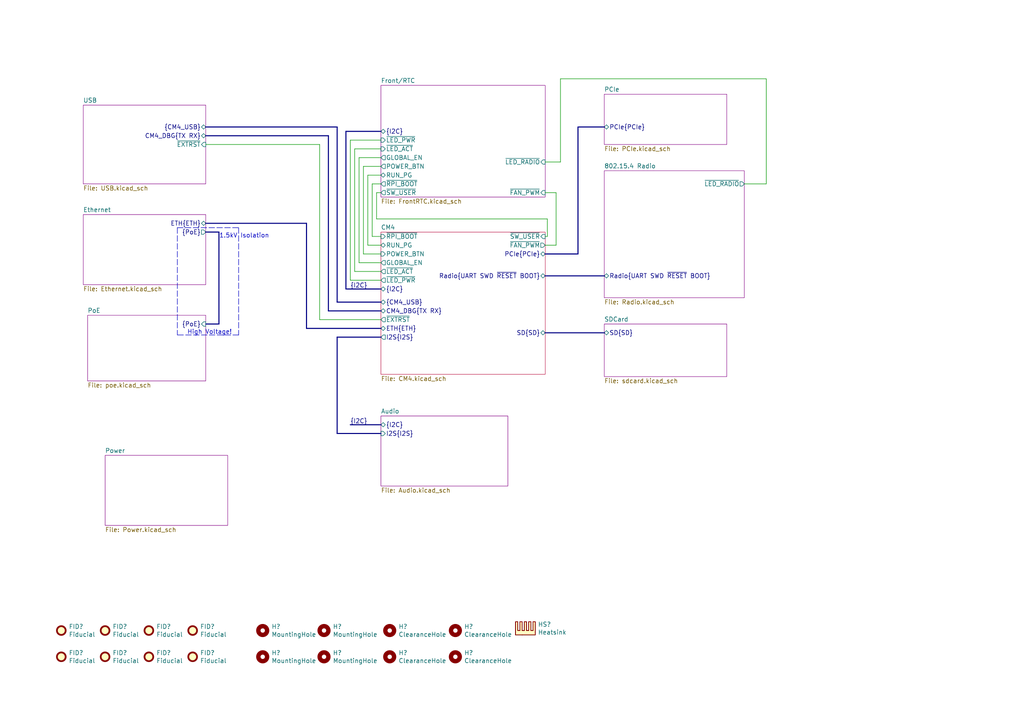
<source format=kicad_sch>
(kicad_sch (version 20201015) (generator eeschema)
  (paper "A4")
  (title_block (title "Light Blue") (date "2021-01-12") (rev "0.1") (company "Nabu Casa") (comment 2 "www.nabucasa.com"))
  (lib_symbols
    (symbol "Mechanical:Fiducial"
      (property "Reference" "FID" (at 0 5.08 0))
      (property "Value" "Fiducial" (at 0 3.175 0))
      (symbol "Fiducial_0_1"
        (circle (center 0 0) (radius 1.27) (stroke (width 0.508)) (fill (type background)))
      )
    )
    (symbol "Mechanical:Heatsink" (pin_names (offset 1.016))
      (property "Reference" "HS" (at 0 5.08 0))
      (property "Value" "Heatsink" (at 0 -1.27 0))
      (symbol "Heatsink_0_1"
        (polyline (pts (xy -0.3302 1.27) (xy -0.9652 1.27) (xy -0.9652 3.81) (xy -1.6002 3.81) (xy -1.6002 1.27) (xy -2.2352 1.27) (xy -2.2352 3.81) (xy -2.8702 3.81) (xy -2.8702 0) (xy -0.9652 0)) (stroke (width 0.254)) (fill (type background)))
        (polyline (pts (xy -0.3302 1.27) (xy -0.3302 3.81) (xy 0.3048 3.81) (xy 0.3048 1.27) (xy 0.9398 1.27) (xy 0.9398 3.81) (xy 1.5748 3.81) (xy 1.5748 1.27) (xy 2.2098 1.27) (xy 2.2098 3.81) (xy 2.8448 3.81) (xy 2.8448 0) (xy -0.9652 0)) (stroke (width 0.254)) (fill (type background)))
      )
    )
    (symbol "Mechanical:MountingHole" (pin_names (offset 1.016))
      (property "Reference" "H" (at 0 5.08 0))
      (property "Value" "MountingHole" (at 0 3.175 0))
      (symbol "MountingHole_0_1"
        (circle (center 0 0) (radius 1.27) (stroke (width 1.27)))
      )
    )
  )
  (wire (pts (xy 92.71 41.91) (xy 59.69 41.91)))
  (wire (pts (xy 92.71 92.71) (xy 92.71 41.91)))
  (wire (pts (xy 101.6 40.64) (xy 110.49 40.64)))
  (wire (pts (xy 101.6 81.28) (xy 101.6 40.64)))
  (wire (pts (xy 102.87 43.18) (xy 110.49 43.18)))
  (wire (pts (xy 102.87 78.74) (xy 102.87 43.18)))
  (wire (pts (xy 104.14 45.72) (xy 110.49 45.72)))
  (wire (pts (xy 104.14 76.2) (xy 104.14 45.72)))
  (wire (pts (xy 105.41 48.26) (xy 110.49 48.26)))
  (wire (pts (xy 105.41 73.66) (xy 105.41 48.26)))
  (wire (pts (xy 106.68 50.8) (xy 110.49 50.8)))
  (wire (pts (xy 106.68 71.12) (xy 106.68 50.8)))
  (wire (pts (xy 107.95 53.34) (xy 107.95 68.58)))
  (wire (pts (xy 107.95 53.34) (xy 110.49 53.34)))
  (wire (pts (xy 107.95 68.58) (xy 110.49 68.58)))
  (wire (pts (xy 109.22 55.88) (xy 109.22 63.5)))
  (wire (pts (xy 109.22 63.5) (xy 158.75 63.5)))
  (wire (pts (xy 110.49 55.88) (xy 109.22 55.88)))
  (wire (pts (xy 110.49 71.12) (xy 106.68 71.12)))
  (wire (pts (xy 110.49 73.66) (xy 105.41 73.66)))
  (wire (pts (xy 110.49 76.2) (xy 104.14 76.2)))
  (wire (pts (xy 110.49 78.74) (xy 102.87 78.74)))
  (wire (pts (xy 110.49 81.28) (xy 101.6 81.28)))
  (wire (pts (xy 110.49 92.71) (xy 92.71 92.71)))
  (wire (pts (xy 158.115 46.99) (xy 162.56 46.99)))
  (wire (pts (xy 158.115 71.12) (xy 161.29 71.12)))
  (wire (pts (xy 158.75 63.5) (xy 158.75 68.58)))
  (wire (pts (xy 158.75 68.58) (xy 158.115 68.58)))
  (wire (pts (xy 161.29 55.88) (xy 158.115 55.88)))
  (wire (pts (xy 161.29 71.12) (xy 161.29 55.88)))
  (wire (pts (xy 162.56 22.86) (xy 222.25 22.86)))
  (wire (pts (xy 162.56 46.99) (xy 162.56 22.86)))
  (wire (pts (xy 215.9 53.34) (xy 222.25 53.34)))
  (wire (pts (xy 222.25 22.86) (xy 222.25 53.34)))
  (bus (pts (xy 59.69 64.77) (xy 88.9 64.77)))
  (bus (pts (xy 59.69 67.31) (xy 63.5 67.31)))
  (bus (pts (xy 59.69 93.98) (xy 63.5 93.98)))
  (bus (pts (xy 63.5 67.31) (xy 63.5 93.98)))
  (bus (pts (xy 88.9 64.77) (xy 88.9 95.25)))
  (bus (pts (xy 95.25 39.37) (xy 59.69 39.37)))
  (bus (pts (xy 95.25 90.17) (xy 95.25 39.37)))
  (bus (pts (xy 97.79 36.83) (xy 59.69 36.83)))
  (bus (pts (xy 97.79 87.63) (xy 97.79 36.83)))
  (bus (pts (xy 97.79 97.79) (xy 97.79 125.73)))
  (bus (pts (xy 97.79 125.73) (xy 110.49 125.73)))
  (bus (pts (xy 100.33 38.1) (xy 100.33 83.82)))
  (bus (pts (xy 100.33 38.1) (xy 110.49 38.1)))
  (bus (pts (xy 100.33 83.82) (xy 110.49 83.82)))
  (bus (pts (xy 101.6 123.19) (xy 110.49 123.19)))
  (bus (pts (xy 110.49 87.63) (xy 97.79 87.63)))
  (bus (pts (xy 110.49 90.17) (xy 95.25 90.17)))
  (bus (pts (xy 110.49 95.25) (xy 88.9 95.25)))
  (bus (pts (xy 110.49 97.79) (xy 97.79 97.79)))
  (bus (pts (xy 158.115 73.66) (xy 167.64 73.66)))
  (bus (pts (xy 158.115 80.01) (xy 175.26 80.01)))
  (bus (pts (xy 158.115 96.52) (xy 175.26 96.52)))
  (bus (pts (xy 167.64 36.83) (xy 175.26 36.83)))
  (bus (pts (xy 167.64 73.66) (xy 167.64 36.83)))
  (polyline (pts (xy 51.435 66.04) (xy 51.435 97.155)) (stroke (width 0) (type dash)))
  (polyline (pts (xy 51.435 66.04) (xy 69.215 66.04)) (stroke (width 0) (type dash)))
  (polyline (pts (xy 69.215 66.04) (xy 69.215 97.155)) (stroke (width 0) (type dash)))
  (polyline (pts (xy 69.215 97.155) (xy 51.435 97.155)) (stroke (width 0) (type dash)))
  (text "High Voltage!" (at 67.31 97.155 180) (effects (font (size 1.27 1.27)) (justify right bottom)))
  (text "1.5kV Isolation" (at 78.105 69.215 180) (effects (font (size 1.27 1.27)) (justify right bottom)))
  (label "{I2C}" (at 101.6 83.82 0))
  (label "{I2C}" (at 101.6 123.19 0))
  (symbol (lib_id "Mechanical:Fiducial") (at 17.78 182.88 0) (unit 1)
    (property "Reference" "FID?" (at 19.9391 181.7306 0) (effects (justify left)))
    (property "Value" "Fiducial" (at 19.9391 184.0293 0) (effects (justify left)))
  )
  (symbol (lib_id "Mechanical:Fiducial") (at 17.78 190.5 0) (unit 1)
    (property "Reference" "FID?" (at 19.9391 189.3506 0) (effects (justify left)))
    (property "Value" "Fiducial" (at 19.9391 191.6493 0) (effects (justify left)))
  )
  (symbol (lib_id "Mechanical:Fiducial") (at 30.48 182.88 0) (unit 1)
    (property "Reference" "FID?" (at 32.6391 181.7306 0) (effects (justify left)))
    (property "Value" "Fiducial" (at 32.6391 184.0293 0) (effects (justify left)))
  )
  (symbol (lib_id "Mechanical:Fiducial") (at 30.48 190.5 0) (unit 1)
    (property "Reference" "FID?" (at 32.6391 189.3506 0) (effects (justify left)))
    (property "Value" "Fiducial" (at 32.6391 191.6493 0) (effects (justify left)))
  )
  (symbol (lib_id "Mechanical:Fiducial") (at 43.18 182.88 0) (unit 1)
    (property "Reference" "FID?" (at 45.3391 181.7306 0) (effects (justify left)))
    (property "Value" "Fiducial" (at 45.3391 184.0293 0) (effects (justify left)))
  )
  (symbol (lib_id "Mechanical:Fiducial") (at 43.18 190.5 0) (unit 1)
    (property "Reference" "FID?" (at 45.3391 189.3506 0) (effects (justify left)))
    (property "Value" "Fiducial" (at 45.3391 191.6493 0) (effects (justify left)))
  )
  (symbol (lib_id "Mechanical:Fiducial") (at 55.88 182.88 0) (unit 1)
    (property "Reference" "FID?" (at 58.0391 181.7306 0) (effects (justify left)))
    (property "Value" "Fiducial" (at 58.0391 184.0293 0) (effects (justify left)))
  )
  (symbol (lib_id "Mechanical:Fiducial") (at 55.88 190.5 0) (unit 1)
    (property "Reference" "FID?" (at 58.0391 189.3506 0) (effects (justify left)))
    (property "Value" "Fiducial" (at 58.0391 191.6493 0) (effects (justify left)))
  )
  (symbol (lib_id "Mechanical:MountingHole") (at 76.2 182.88 0) (unit 1)
    (property "Reference" "H?" (at 78.7401 181.7306 0) (effects (justify left)))
    (property "Value" "MountingHole" (at 78.7401 184.0293 0) (effects (justify left)))
  )
  (symbol (lib_id "Mechanical:MountingHole") (at 76.2 190.5 0) (unit 1)
    (property "Reference" "H?" (at 78.7401 189.3506 0) (effects (justify left)))
    (property "Value" "MountingHole" (at 78.7401 191.6493 0) (effects (justify left)))
  )
  (symbol (lib_id "Mechanical:MountingHole") (at 93.98 182.88 0) (unit 1)
    (property "Reference" "H?" (at 96.5201 181.7306 0) (effects (justify left)))
    (property "Value" "MountingHole" (at 96.5201 184.0293 0) (effects (justify left)))
  )
  (symbol (lib_id "Mechanical:MountingHole") (at 93.98 190.5 0) (unit 1)
    (property "Reference" "H?" (at 96.5201 189.3506 0) (effects (justify left)))
    (property "Value" "MountingHole" (at 96.5201 191.6493 0) (effects (justify left)))
  )
  (symbol (lib_id "Mechanical:MountingHole") (at 113.03 182.88 0) (unit 1)
    (property "Reference" "H?" (at 115.5701 181.7306 0) (effects (justify left)))
    (property "Value" "ClearanceHole" (at 115.57 184.029 0) (effects (justify left)))
  )
  (symbol (lib_id "Mechanical:MountingHole") (at 113.03 190.5 0) (unit 1)
    (property "Reference" "H?" (at 115.5701 189.3506 0) (effects (justify left)))
    (property "Value" "ClearanceHole" (at 115.57 191.649 0) (effects (justify left)))
  )
  (symbol (lib_id "Mechanical:MountingHole") (at 132.08 182.88 0) (unit 1)
    (property "Reference" "H?" (at 134.6201 181.7306 0) (effects (justify left)))
    (property "Value" "ClearanceHole" (at 134.62 184.029 0) (effects (justify left)))
  )
  (symbol (lib_id "Mechanical:MountingHole") (at 132.08 190.5 0) (unit 1)
    (property "Reference" "H?" (at 134.6201 189.3506 0) (effects (justify left)))
    (property "Value" "ClearanceHole" (at 134.62 191.649 0) (effects (justify left)))
  )
  (symbol (lib_id "Mechanical:Heatsink") (at 152.4 184.15 0) (unit 1)
    (property "Reference" "HS?" (at 156.0069 181.0956 0) (effects (justify left)))
    (property "Value" "Heatsink" (at 156.0069 183.3943 0) (effects (justify left)))
  )
  (sheet (at 175.26 49.53) (size 40.64 36.83) (stroke (width 0.001) (color 132 0 132 1)) (fill (color 255 255 255 0.0000))
    (property "Sheet name" "802.15.4 Radio" (at 175.26 48.8941 0) (effects (justify left bottom)))
    (property "Sheet file" "Radio.kicad_sch" (at 175.26 86.8689 0) (effects (justify left top)))
    (pin "~LED_RADIO" output (at 215.9 53.34 0))
    (pin "Radio{UART SWD ~RESET BOOT}" bidirectional (at 175.26 80.01 180))
  )
  (sheet (at 110.49 120.65) (size 36.83 20.32) (stroke (width 0.001) (color 132 0 132 1)) (fill (color 255 255 255 0.0000))
    (property "Sheet name" "Audio" (at 110.49 120.0141 0) (effects (justify left bottom)))
    (property "Sheet file" "Audio.kicad_sch" (at 110.49 141.4789 0) (effects (justify left top)))
    (pin "{I2C}" bidirectional (at 110.49 123.19 180))
    (pin "I2S{I2S}" input (at 110.49 125.73 180))
  )
  (sheet (at 110.49 67.31) (size 47.625 41.275) (stroke (width 0.001) (color 187 17 66 1)) (fill (color 255 255 255 0.0000))
    (property "Sheet name" "CM4" (at 110.49 66.6741 0) (effects (justify left bottom)))
    (property "Sheet file" "CM4.kicad_sch" (at 110.49 109.0939 0) (effects (justify left top)))
    (pin "ETH{ETH}" bidirectional (at 110.49 95.25 180))
    (pin "{CM4_USB}" bidirectional (at 110.49 87.63 180))
    (pin "PCIe{PCIe}" bidirectional (at 158.115 73.66 0))
    (pin "{I2C}" bidirectional (at 110.49 83.82 180))
    (pin "CM4_DBG{TX RX}" bidirectional (at 110.49 90.17 180))
    (pin "I2S{I2S}" output (at 110.49 97.79 180))
    (pin "~EXTRST" output (at 110.49 92.71 180))
    (pin "SD{SD}" bidirectional (at 158.115 96.52 0))
    (pin "GLOBAL_EN" output (at 110.49 76.2 180))
    (pin "RUN_PG" bidirectional (at 110.49 71.12 180))
    (pin "POWER_BTN" input (at 110.49 73.66 180))
    (pin "~RPI_BOOT" input (at 110.49 68.58 180))
    (pin "~LED_PWR" output (at 110.49 81.28 180))
    (pin "~LED_ACT" output (at 110.49 78.74 180))
    (pin "~FAN_PWM" output (at 158.115 71.12 0))
    (pin "Radio{UART SWD ~RESET BOOT}" bidirectional (at 158.115 80.01 0))
    (pin "~SW_USER" input (at 158.115 68.58 0))
  )
  (sheet (at 24.13 62.23) (size 35.56 20.32) (stroke (width 0.001) (color 132 0 132 1)) (fill (color 255 255 255 0.0000))
    (property "Sheet name" "Ethernet" (at 24.13 61.5941 0) (effects (justify left bottom)))
    (property "Sheet file" "Ethernet.kicad_sch" (at 24.13 83.0589 0) (effects (justify left top)))
    (pin "ETH{ETH}" bidirectional (at 59.69 64.77 0))
    (pin "{PoE}" output (at 59.69 67.31 0))
  )
  (sheet (at 110.49 24.765) (size 47.625 32.385) (stroke (width 0.001) (color 132 0 132 1)) (fill (color 255 255 255 0.0000))
    (property "Sheet name" "Front/RTC" (at 110.49 24.1291 0) (effects (justify left bottom)))
    (property "Sheet file" "FrontRTC.kicad_sch" (at 110.49 57.6589 0) (effects (justify left top)))
    (pin "RUN_PG" bidirectional (at 110.49 50.8 180))
    (pin "GLOBAL_EN" output (at 110.49 45.72 180))
    (pin "{I2C}" bidirectional (at 110.49 38.1 180))
    (pin "POWER_BTN" output (at 110.49 48.26 180))
    (pin "~LED_PWR" input (at 110.49 40.64 180))
    (pin "~FAN_PWM" input (at 158.115 55.88 0))
    (pin "~LED_RADIO" input (at 158.115 46.99 0))
    (pin "~RPI_BOOT" output (at 110.49 53.34 180))
    (pin "~LED_ACT" input (at 110.49 43.18 180))
    (pin "~SW_USER" output (at 110.49 55.88 180))
  )
  (sheet (at 175.26 27.305) (size 35.56 14.605) (stroke (width 0.001) (color 132 0 132 1)) (fill (color 255 255 255 0.0000))
    (property "Sheet name" "PCIe" (at 175.26 26.6691 0) (effects (justify left bottom)))
    (property "Sheet file" "PCIe.kicad_sch" (at 175.26 42.4189 0) (effects (justify left top)))
    (pin "PCIe{PCIe}" bidirectional (at 175.26 36.83 180))
  )
  (sheet (at 25.4 91.44) (size 34.29 19.05) (stroke (width 0.001) (color 132 0 132 1)) (fill (color 255 255 255 0.0000))
    (property "Sheet name" "PoE" (at 25.4 90.8041 0) (effects (justify left bottom)))
    (property "Sheet file" "poe.kicad_sch" (at 25.4 110.9989 0) (effects (justify left top)))
    (pin "{PoE}" input (at 59.69 93.98 0))
  )
  (sheet (at 30.48 132.08) (size 35.56 20.32) (stroke (width 0.001) (color 132 0 132 1)) (fill (color 255 255 255 0.0000))
    (property "Sheet name" "Power" (at 30.48 131.4441 0) (effects (justify left bottom)))
    (property "Sheet file" "Power.kicad_sch" (at 30.48 152.9089 0) (effects (justify left top)))
  )
  (sheet (at 175.26 93.98) (size 35.56 15.24) (stroke (width 0.001) (color 132 0 132 1)) (fill (color 255 255 255 0.0000))
    (property "Sheet name" "SDCard" (at 175.26 93.3441 0) (effects (justify left bottom)))
    (property "Sheet file" "sdcard.kicad_sch" (at 175.26 109.7289 0) (effects (justify left top)))
    (pin "SD{SD}" bidirectional (at 175.26 96.52 180))
  )
  (sheet (at 24.13 30.48) (size 35.56 22.86) (stroke (width 0.001) (color 132 0 132 1)) (fill (color 255 255 255 0.0000))
    (property "Sheet name" "USB" (at 24.13 29.8441 0) (effects (justify left bottom)))
    (property "Sheet file" "USB.kicad_sch" (at 24.13 53.8489 0) (effects (justify left top)))
    (pin "{CM4_USB}" bidirectional (at 59.69 36.83 0))
    (pin "CM4_DBG{TX RX}" bidirectional (at 59.69 39.37 0))
    (pin "~EXTRST" input (at 59.69 41.91 0))
  )
)
</source>
